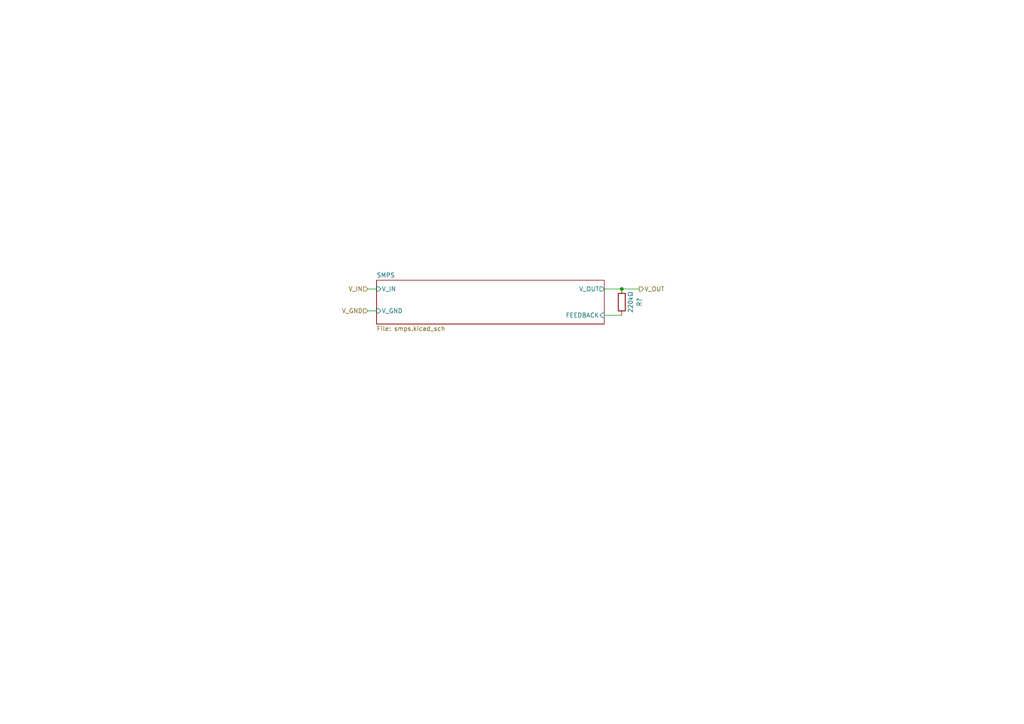
<source format=kicad_sch>
(kicad_sch (version 20231120) (generator "eeschema") (generator_version "8.0")
  (paper "A4")
  (lib_symbols
    (symbol "Device:R" (pin_numbers hide) (pin_names (offset 0))
      (property "Reference" "R" (at 2.032 0 90))
      (property "Value" "R" (at 0 0 90))
      (symbol "R_0_1"
        (rectangle (start -1.016 -2.54) (end 1.016 2.54) (stroke (width 0.254)))
      )
      (symbol "R_1_1"
        (pin passive line (at 0 3.81 270) (length 1.27) (name "~") (number "1"))
        (pin passive line (at 0 -3.81 90) (length 1.27) (name "~") (number "2"))
      )
    )
  )
  (junction (at 180.34 83.82))
  (wire (pts (xy 180.34 91.44) (xy 175.26 91.44)))
  (wire (pts (xy 180.34 83.82) (xy 185.42 83.82)))
  (wire (pts (xy 106.68 90.17) (xy 109.22 90.17)))
  (wire (pts (xy 175.26 83.82) (xy 180.34 83.82)))
  (wire (pts (xy 106.68 83.82) (xy 109.22 83.82)))
  (hierarchical_label "V_OUT" (shape output) (at 185.42 83.82 0))
  (hierarchical_label "V_IN" (shape input) (at 106.68 83.82 180))
  (hierarchical_label "V_GND" (shape input) (at 106.68 90.17 180))
  (symbol (lib_id "Device:R") (at 180.34 87.63 0) (unit 1)
    (property "Reference" "R?" (at 185.42 87.63 90))
    (property "Value" "220kΩ" (at 182.88 87.63 90))
    (property "Description" "Resistor" (effects (hide yes)))
  )
  (sheet (at 109.22 81.28) (size 66.04 12.7) (stroke (width 0.1524))
    (property "Sheetname" "SMPS" (at 109.22 80.5684 0) (effects (justify left bottom)))
    (property "Sheetfile" "smps.kicad_sch" (at 109.22 94.5646 0) (effects (justify left top)))
    (pin "V_IN" input (at 109.22 83.82 180))
    (pin "V_GND" input (at 109.22 90.17 180))
    (pin "V_OUT" output (at 175.26 83.82 0))
    (pin "FEEDBACK" input (at 175.26 91.44 0))
  )
)
</source>
